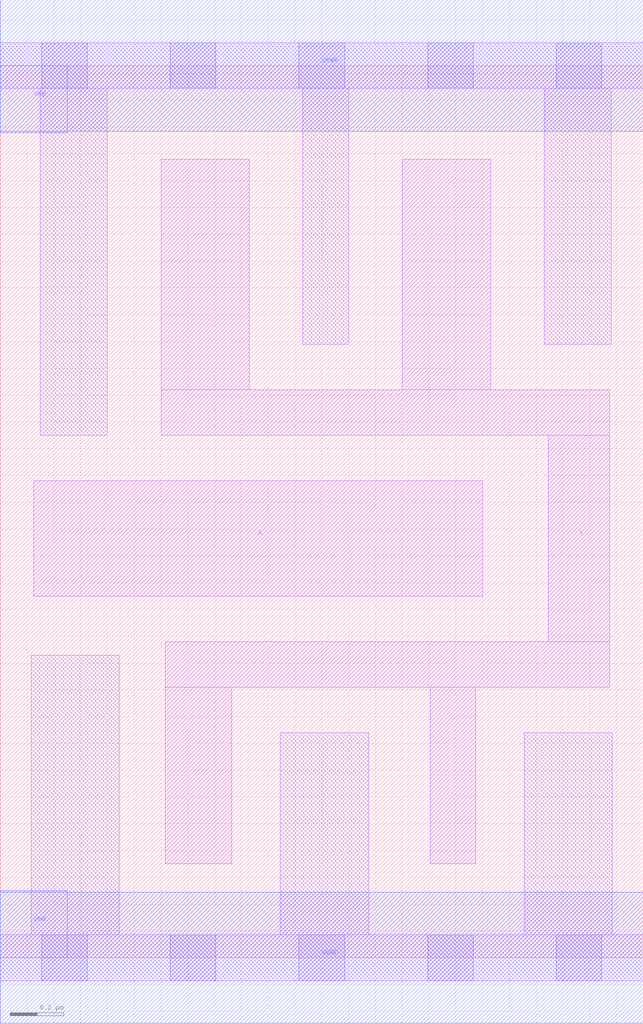
<source format=lef>
# Copyright 2020 The SkyWater PDK Authors
#
# Licensed under the Apache License, Version 2.0 (the "License");
# you may not use this file except in compliance with the License.
# You may obtain a copy of the License at
#
#     https://www.apache.org/licenses/LICENSE-2.0
#
# Unless required by applicable law or agreed to in writing, software
# distributed under the License is distributed on an "AS IS" BASIS,
# WITHOUT WARRANTIES OR CONDITIONS OF ANY KIND, either express or implied.
# See the License for the specific language governing permissions and
# limitations under the License.
#
# SPDX-License-Identifier: Apache-2.0

VERSION 5.5 ;
NAMESCASESENSITIVE ON ;
BUSBITCHARS "[]" ;
DIVIDERCHAR "/" ;
MACRO sky130_fd_sc_hs__inv_4
  CLASS CORE ;
  SOURCE USER ;
  ORIGIN  0.000000  0.000000 ;
  SIZE  2.400000 BY  3.330000 ;
  SYMMETRY X Y ;
  SITE unit ;
  PIN A
    ANTENNAGATEAREA  1.116000 ;
    DIRECTION INPUT ;
    USE SIGNAL ;
    PORT
      LAYER li1 ;
        RECT 0.125000 1.350000 1.800000 1.780000 ;
    END
  END A
  PIN Y
    ANTENNADIFFAREA  1.116000 ;
    DIRECTION OUTPUT ;
    USE SIGNAL ;
    PORT
      LAYER li1 ;
        RECT 0.600000 1.950000 2.275000 2.120000 ;
        RECT 0.600000 2.120000 0.930000 2.980000 ;
        RECT 0.615000 0.350000 0.865000 1.010000 ;
        RECT 0.615000 1.010000 2.275000 1.180000 ;
        RECT 1.500000 2.120000 1.830000 2.980000 ;
        RECT 1.605000 0.350000 1.775000 1.010000 ;
        RECT 2.045000 1.180000 2.275000 1.950000 ;
    END
  END Y
  PIN VGND
    DIRECTION INOUT ;
    USE GROUND ;
    PORT
      LAYER met1 ;
        RECT 0.000000 -0.245000 2.400000 0.245000 ;
    END
  END VGND
  PIN VNB
    DIRECTION INOUT ;
    USE GROUND ;
    PORT
      LAYER met1 ;
        RECT 0.000000 0.000000 0.250000 0.250000 ;
    END
  END VNB
  PIN VPB
    DIRECTION INOUT ;
    USE POWER ;
    PORT
      LAYER met1 ;
        RECT 0.000000 3.080000 0.250000 3.330000 ;
    END
  END VPB
  PIN VPWR
    DIRECTION INOUT ;
    USE POWER ;
    PORT
      LAYER met1 ;
        RECT 0.000000 3.085000 2.400000 3.575000 ;
    END
  END VPWR
  OBS
    LAYER li1 ;
      RECT 0.000000 -0.085000 2.400000 0.085000 ;
      RECT 0.000000  3.245000 2.400000 3.415000 ;
      RECT 0.115000  0.085000 0.445000 1.130000 ;
      RECT 0.150000  1.950000 0.400000 3.245000 ;
      RECT 1.045000  0.085000 1.375000 0.840000 ;
      RECT 1.130000  2.290000 1.300000 3.245000 ;
      RECT 1.955000  0.085000 2.285000 0.840000 ;
      RECT 2.030000  2.290000 2.280000 3.245000 ;
    LAYER mcon ;
      RECT 0.155000 -0.085000 0.325000 0.085000 ;
      RECT 0.155000  3.245000 0.325000 3.415000 ;
      RECT 0.635000 -0.085000 0.805000 0.085000 ;
      RECT 0.635000  3.245000 0.805000 3.415000 ;
      RECT 1.115000 -0.085000 1.285000 0.085000 ;
      RECT 1.115000  3.245000 1.285000 3.415000 ;
      RECT 1.595000 -0.085000 1.765000 0.085000 ;
      RECT 1.595000  3.245000 1.765000 3.415000 ;
      RECT 2.075000 -0.085000 2.245000 0.085000 ;
      RECT 2.075000  3.245000 2.245000 3.415000 ;
  END
END sky130_fd_sc_hs__inv_4

</source>
